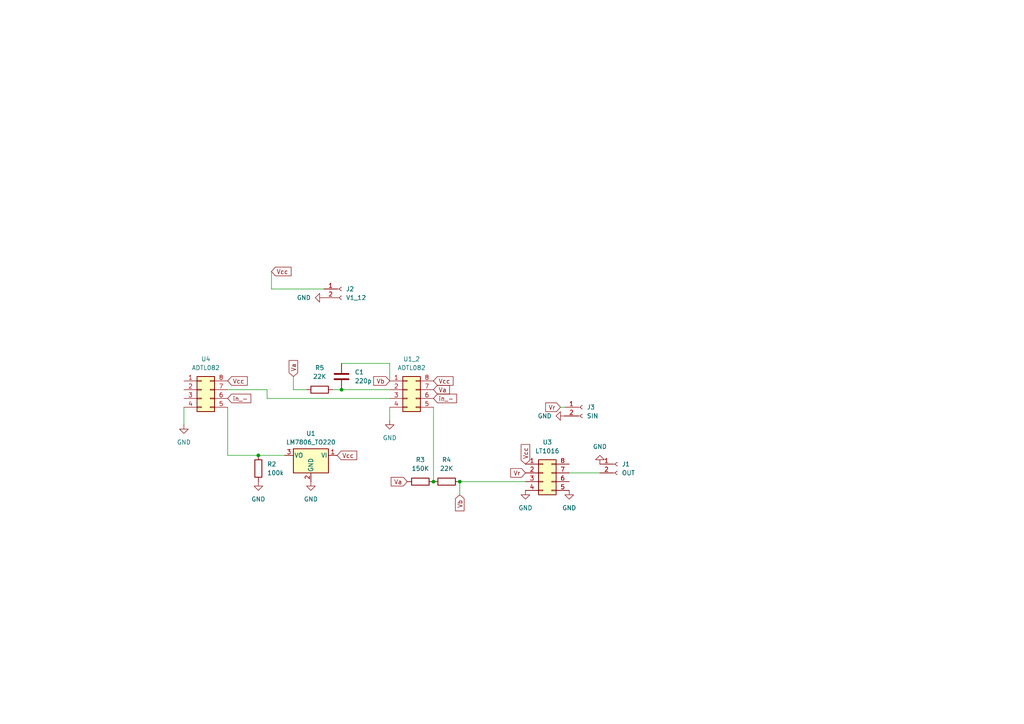
<source format=kicad_sch>
(kicad_sch (version 20231120) (generator "eeschema") (generator_version "8.0")
  (paper "A4")
  (lib_symbols
    (symbol "Connector:Conn_01x02_Socket" (pin_names (offset 1.016) hide)
      (property "Reference" "J" (at 0 2.54 0))
      (property "Value" "Conn_01x02_Socket" (at 0 -5.08 0))
      (symbol "Conn_01x02_Socket_1_1"
        (arc (start 0 -2.032) (mid -0.5058 -2.54) (end 0 -3.048) (stroke (width 0.1524)))
        (polyline (pts (xy -1.27 -2.54) (xy -0.508 -2.54)) (stroke (width 0.1524)))
        (polyline (pts (xy -1.27 0) (xy -0.508 0)) (stroke (width 0.1524)))
        (arc (start 0 0.508) (mid -0.5058 0) (end 0 -0.508) (stroke (width 0.1524)))
        (pin passive line (at -5.08 0 0) (length 3.81) (name "Pin_1") (number "1"))
        (pin passive line (at -5.08 -2.54 0) (length 3.81) (name "Pin_2") (number "2"))
      )
    )
    (symbol "Connector_Generic:Conn_02x04_Counter_Clockwise" (pin_names (offset 1.016) hide)
      (property "Reference" "J" (at 1.27 5.08 0))
      (property "Value" "Conn_02x04_Counter_Clockwise" (at 1.27 -7.62 0))
      (symbol "Conn_02x04_Counter_Clockwise_1_1"
        (rectangle (start -1.27 -4.953) (end 0 -5.207) (stroke (width 0.1524)))
        (rectangle (start -1.27 -2.413) (end 0 -2.667) (stroke (width 0.1524)))
        (rectangle (start -1.27 0.127) (end 0 -0.127) (stroke (width 0.1524)))
        (rectangle (start -1.27 2.667) (end 0 2.413) (stroke (width 0.1524)))
        (rectangle (start -1.27 3.81) (end 3.81 -6.35) (stroke (width 0.254)) (fill (type background)))
        (rectangle (start 3.81 -4.953) (end 2.54 -5.207) (stroke (width 0.1524)))
        (rectangle (start 3.81 -2.413) (end 2.54 -2.667) (stroke (width 0.1524)))
        (rectangle (start 3.81 0.127) (end 2.54 -0.127) (stroke (width 0.1524)))
        (rectangle (start 3.81 2.667) (end 2.54 2.413) (stroke (width 0.1524)))
        (pin passive line (at -5.08 2.54 0) (length 3.81) (name "Pin_1") (number "1"))
        (pin passive line (at -5.08 0 0) (length 3.81) (name "Pin_2") (number "2"))
        (pin passive line (at -5.08 -2.54 0) (length 3.81) (name "Pin_3") (number "3"))
        (pin passive line (at -5.08 -5.08 0) (length 3.81) (name "Pin_4") (number "4"))
        (pin passive line (at 7.62 -5.08 180) (length 3.81) (name "Pin_5") (number "5"))
        (pin passive line (at 7.62 -2.54 180) (length 3.81) (name "Pin_6") (number "6"))
        (pin passive line (at 7.62 0 180) (length 3.81) (name "Pin_7") (number "7"))
        (pin passive line (at 7.62 2.54 180) (length 3.81) (name "Pin_8") (number "8"))
      )
    )
    (symbol "Device:C" (pin_numbers hide) (pin_names (offset 0.254))
      (property "Reference" "C" (at 0.635 2.54 0))
      (property "Value" "C" (at 0.635 -2.54 0))
      (symbol "C_0_1"
        (polyline (pts (xy -2.032 -0.762) (xy 2.032 -0.762)) (stroke (width 0.508)))
        (polyline (pts (xy -2.032 0.762) (xy 2.032 0.762)) (stroke (width 0.508)))
      )
      (symbol "C_1_1"
        (pin passive line (at 0 3.81 270) (length 2.794) (name "~") (number "1"))
        (pin passive line (at 0 -3.81 90) (length 2.794) (name "~") (number "2"))
      )
    )
    (symbol "Device:R" (pin_numbers hide) (pin_names (offset 0))
      (property "Reference" "R" (at 2.032 0 90))
      (property "Value" "R" (at 0 0 90))
      (symbol "R_0_1"
        (rectangle (start -1.016 -2.54) (end 1.016 2.54) (stroke (width 0.254)))
      )
      (symbol "R_1_1"
        (pin passive line (at 0 3.81 270) (length 1.27) (name "~") (number "1"))
        (pin passive line (at 0 -3.81 90) (length 1.27) (name "~") (number "2"))
      )
    )
    (symbol "Regulator_Linear:LM7806_TO220" (pin_names (offset 0.254))
      (property "Reference" "U" (at -3.81 3.175 0))
      (property "Value" "LM7806_TO220" (at 0 3.175 0))
      (symbol "LM7806_TO220_0_1"
        (rectangle (start -5.08 1.905) (end 5.08 -5.08) (stroke (width 0.254)) (fill (type background)))
      )
      (symbol "LM7806_TO220_1_1"
        (pin power_in line (at -7.62 0 0) (length 2.54) (name "VI") (number "1"))
        (pin power_in line (at 0 -7.62 90) (length 2.54) (name "GND") (number "2"))
        (pin power_out line (at 7.62 0 180) (length 2.54) (name "VO") (number "3"))
      )
    )
    (symbol "power:GND" (power) (pin_numbers hide) (pin_names (offset 0) hide)
      (property "Value" "GND" (at 0 -3.81 0))
      (symbol "GND_0_1"
        (polyline (pts (xy 0 0) (xy 0 -1.27) (xy 1.27 -1.27) (xy 0 -2.54) (xy -1.27 -1.27) (xy 0 -1.27)))
      )
      (symbol "GND_1_1"
        (pin power_in line (at 0 0 270) (length 0) (name "~") (number "1"))
      )
    )
  )
  (junction (at 125.73 139.7))
  (junction (at 74.93 132.08))
  (junction (at 99.06 113.03))
  (junction (at 133.35 139.7))
  (wire (pts (xy 77.47 115.57) (xy 113.03 115.57)))
  (wire (pts (xy 99.06 105.41) (xy 113.03 105.41)))
  (wire (pts (xy 66.04 132.08) (xy 74.93 132.08)))
  (wire (pts (xy 125.73 118.11) (xy 125.73 139.7)))
  (wire (pts (xy 99.06 113.03) (xy 113.03 113.03)))
  (wire (pts (xy 74.93 132.08) (xy 82.55 132.08)))
  (wire (pts (xy 96.52 113.03) (xy 99.06 113.03)))
  (wire (pts (xy 162.56 118.11) (xy 163.83 118.11)))
  (wire (pts (xy 66.04 118.11) (xy 66.04 132.08)))
  (wire (pts (xy 113.03 105.41) (xy 113.03 110.49)))
  (wire (pts (xy 88.9 113.03) (xy 85.09 113.03)))
  (wire (pts (xy 66.04 113.03) (xy 77.47 113.03)))
  (wire (pts (xy 133.35 139.7) (xy 152.4 139.7)))
  (wire (pts (xy 78.74 78.74) (xy 78.74 83.82)))
  (wire (pts (xy 85.09 109.22) (xy 85.09 113.03)))
  (wire (pts (xy 173.99 137.16) (xy 165.1 137.16)))
  (wire (pts (xy 53.34 118.11) (xy 53.34 123.19)))
  (wire (pts (xy 133.35 143.51) (xy 133.35 139.7)))
  (wire (pts (xy 93.98 83.82) (xy 78.74 83.82)))
  (wire (pts (xy 77.47 113.03) (xy 77.47 115.57)))
  (wire (pts (xy 113.03 118.11) (xy 113.03 121.92)))
  (global_label "in_-" (shape input) (at 66.04 115.57 0) (property "Intersheetrefs" "${INTERSHEET_REFS}" (effects (hide yes))))
  (global_label "Vcc" (shape input) (at 78.74 78.74 0) (property "Intersheetrefs" "${INTERSHEET_REFS}" (effects (hide yes))))
  (global_label "Va" (shape input) (at 125.73 113.03 0) (property "Intersheetrefs" "${INTERSHEET_REFS}" (effects (hide yes))))
  (global_label "Va" (shape input) (at 118.11 139.7 180) (property "Intersheetrefs" "${INTERSHEET_REFS}" (effects (hide yes))))
  (global_label "Va" (shape input) (at 85.09 109.22 90) (property "Intersheetrefs" "${INTERSHEET_REFS}" (effects (hide yes))))
  (global_label "Vr" (shape input) (at 162.56 118.11 180) (property "Intersheetrefs" "${INTERSHEET_REFS}" (effects (hide yes))))
  (global_label "in_-" (shape input) (at 125.73 115.57 0) (property "Intersheetrefs" "${INTERSHEET_REFS}" (effects (hide yes))))
  (global_label "Vcc" (shape input) (at 125.73 110.49 0) (property "Intersheetrefs" "${INTERSHEET_REFS}" (effects (hide yes))))
  (global_label "Vcc" (shape input) (at 97.79 132.08 0) (property "Intersheetrefs" "${INTERSHEET_REFS}" (effects (hide yes))))
  (global_label "Vcc" (shape input) (at 152.4 134.62 90) (property "Intersheetrefs" "${INTERSHEET_REFS}" (effects (hide yes))))
  (global_label "Vcc" (shape input) (at 66.04 110.49 0) (property "Intersheetrefs" "${INTERSHEET_REFS}" (effects (hide yes))))
  (global_label "Vb" (shape input) (at 133.35 143.51 270) (property "Intersheetrefs" "${INTERSHEET_REFS}" (effects (hide yes))))
  (global_label "Vb" (shape input) (at 113.03 110.49 180) (property "Intersheetrefs" "${INTERSHEET_REFS}" (effects (hide yes))))
  (global_label "Vr" (shape input) (at 152.4 137.16 180) (property "Intersheetrefs" "${INTERSHEET_REFS}" (effects (hide yes))))
  (symbol (lib_id "Connector_Generic:Conn_02x04_Counter_Clockwise") (at 58.42 113.03 0) (unit 1)
    (property "Reference" "U4" (at 59.69 104.14 0))
    (property "Value" "ADTL082" (at 59.69 106.68 0))
    (property "Footprint" "Package_DIP:DIP-8_W7.62mm" (effects (hide yes)))
    (property "Description" "Generic connector, double row, 02x04, counter clockwise pin numbering scheme (similar to DIP package numbering), script generated (kicad-library-utils/schlib/autogen/connector/)" (effects (hide yes)))
  )
  (symbol (lib_id "power:GND") (at 173.99 134.62 180) (unit 1)
    (property "Reference" "#PWR06" (effects (hide yes)))
    (property "Value" "GND" (at 173.99 129.54 0))
    (property "Description" "Power symbol creates a global label with name \"GND\" , ground" (effects (hide yes)))
  )
  (symbol (lib_id "Regulator_Linear:LM7806_TO220") (at 90.17 132.08 0) (mirror y) (unit 1)
    (property "Reference" "U1" (at 90.17 125.73 0))
    (property "Value" "LM7806_TO220" (at 90.17 128.27 0))
    (property "Footprint" "Package_TO_SOT_THT:TO-220-3_Vertical" (effects (hide yes)))
    (property "Datasheet" "https://www.onsemi.cn/PowerSolutions/document/MC7800-D.PDF" (effects (hide yes)))
    (property "Description" "Positive 1A 35V Linear Regulator, Fixed Output 6V, TO-220" (effects (hide yes)))
  )
  (symbol (lib_id "power:GND") (at 163.83 120.65 270) (unit 1)
    (property "Reference" "#PWR08" (effects (hide yes)))
    (property "Value" "GND" (at 160.02 120.6499 90) (effects (justify right)))
    (property "Description" "Power symbol creates a global label with name \"GND\" , ground" (effects (hide yes)))
  )
  (symbol (lib_id "Connector:Conn_01x02_Socket") (at 179.07 134.62 0) (unit 1)
    (property "Reference" "J1" (at 180.34 134.6199 0) (effects (justify left)))
    (property "Value" "OUT" (at 180.34 137.1599 0) (effects (justify left)))
    (property "Footprint" "TerminalBlock_Phoenix:TerminalBlock_Phoenix_MKDS-3-2-5.08_1x02_P5.08mm_Horizontal" (effects (hide yes)))
    (property "Description" "Generic connector, single row, 01x02, script generated" (effects (hide yes)))
  )
  (symbol (lib_id "power:GND") (at 113.03 121.92 0) (unit 1)
    (property "Reference" "#PWR01" (effects (hide yes)))
    (property "Value" "GND" (at 113.03 127 0))
    (property "Description" "Power symbol creates a global label with name \"GND\" , ground" (effects (hide yes)))
  )
  (symbol (lib_id "power:GND") (at 74.93 139.7 0) (unit 1)
    (property "Reference" "#PWR03" (effects (hide yes)))
    (property "Value" "GND" (at 74.93 144.78 0))
    (property "Description" "Power symbol creates a global label with name \"GND\" , ground" (effects (hide yes)))
  )
  (symbol (lib_id "power:GND") (at 152.4 142.24 0) (unit 1)
    (property "Reference" "#PWR04" (effects (hide yes)))
    (property "Value" "GND" (at 152.4 147.32 0))
    (property "Description" "Power symbol creates a global label with name \"GND\" , ground" (effects (hide yes)))
  )
  (symbol (lib_id "Device:R") (at 129.54 139.7 270) (unit 1)
    (property "Reference" "R4" (at 129.54 133.35 90))
    (property "Value" "22K" (at 129.54 135.89 90))
    (property "Footprint" "Resistor_THT:R_Axial_DIN0204_L3.6mm_D1.6mm_P7.62mm_Horizontal" (effects (hide yes)))
    (property "Description" "Resistor" (effects (hide yes)))
  )
  (symbol (lib_id "Connector:Conn_01x02_Socket") (at 99.06 83.82 0) (unit 1)
    (property "Reference" "J2" (at 100.33 83.8199 0) (effects (justify left)))
    (property "Value" "V1_12" (at 100.33 86.3599 0) (effects (justify left)))
    (property "Footprint" "TerminalBlock_Phoenix:TerminalBlock_Phoenix_MKDS-3-2-5.08_1x02_P5.08mm_Horizontal" (effects (hide yes)))
    (property "Description" "Generic connector, single row, 01x02, script generated" (effects (hide yes)))
  )
  (symbol (lib_id "Device:R") (at 74.93 135.89 0) (unit 1)
    (property "Reference" "R2" (at 77.47 134.6199 0) (effects (justify left)))
    (property "Value" "100k" (at 77.47 137.1599 0) (effects (justify left)))
    (property "Footprint" "Resistor_THT:R_Axial_DIN0204_L3.6mm_D1.6mm_P7.62mm_Horizontal" (effects (hide yes)))
    (property "Description" "Resistor" (effects (hide yes)))
  )
  (symbol (lib_id "Device:R") (at 121.92 139.7 270) (unit 1)
    (property "Reference" "R3" (at 121.92 133.35 90))
    (property "Value" "150K" (at 121.92 135.89 90))
    (property "Footprint" "Resistor_THT:R_Axial_DIN0204_L3.6mm_D1.6mm_P7.62mm_Horizontal" (effects (hide yes)))
    (property "Description" "Resistor" (effects (hide yes)))
  )
  (symbol (lib_id "Connector:Conn_01x02_Socket") (at 168.91 118.11 0) (unit 1)
    (property "Reference" "J3" (at 170.18 118.1099 0) (effects (justify left)))
    (property "Value" "SIN" (at 170.18 120.6499 0) (effects (justify left)))
    (property "Footprint" "TerminalBlock_Phoenix:TerminalBlock_Phoenix_MKDS-3-2-5.08_1x02_P5.08mm_Horizontal" (effects (hide yes)))
    (property "Description" "Generic connector, single row, 01x02, script generated" (effects (hide yes)))
  )
  (symbol (lib_id "power:GND") (at 90.17 139.7 0) (unit 1)
    (property "Reference" "#PWR09" (effects (hide yes)))
    (property "Value" "GND" (at 90.17 144.78 0))
    (property "Description" "Power symbol creates a global label with name \"GND\" , ground" (effects (hide yes)))
  )
  (symbol (lib_id "power:GND") (at 53.34 123.19 0) (unit 1)
    (property "Reference" "#PWR02" (effects (hide yes)))
    (property "Value" "GND" (at 53.34 128.27 0))
    (property "Description" "Power symbol creates a global label with name \"GND\" , ground" (effects (hide yes)))
  )
  (symbol (lib_id "power:GND") (at 93.98 86.36 270) (unit 1)
    (property "Reference" "#PWR07" (effects (hide yes)))
    (property "Value" "GND" (at 90.17 86.3599 90) (effects (justify right)))
    (property "Description" "Power symbol creates a global label with name \"GND\" , ground" (effects (hide yes)))
  )
  (symbol (lib_id "Connector_Generic:Conn_02x04_Counter_Clockwise") (at 118.11 113.03 0) (unit 1)
    (property "Reference" "U1_2" (at 119.38 104.14 0))
    (property "Value" "ADTL082" (at 119.38 106.68 0))
    (property "Footprint" "Package_DIP:DIP-8_W7.62mm" (effects (hide yes)))
    (property "Description" "Generic connector, double row, 02x04, counter clockwise pin numbering scheme (similar to DIP package numbering), script generated (kicad-library-utils/schlib/autogen/connector/)" (effects (hide yes)))
  )
  (symbol (lib_id "Device:R") (at 92.71 113.03 270) (unit 1)
    (property "Reference" "R5" (at 92.71 106.68 90))
    (property "Value" "22K" (at 92.71 109.22 90))
    (property "Footprint" "Resistor_THT:R_Axial_DIN0204_L3.6mm_D1.6mm_P7.62mm_Horizontal" (effects (hide yes)))
    (property "Description" "Resistor" (effects (hide yes)))
  )
  (symbol (lib_id "power:GND") (at 165.1 142.24 0) (unit 1)
    (property "Reference" "#PWR05" (effects (hide yes)))
    (property "Value" "GND" (at 165.1 147.32 0))
    (property "Description" "Power symbol creates a global label with name \"GND\" , ground" (effects (hide yes)))
  )
  (symbol (lib_id "Device:C") (at 99.06 109.22 180) (unit 1)
    (property "Reference" "C1" (at 102.87 107.9499 0) (effects (justify right)))
    (property "Value" "220p" (at 102.87 110.4899 0) (effects (justify right)))
    (property "Footprint" "Capacitor_THT:C_Disc_D5.0mm_W2.5mm_P5.00mm" (effects (hide yes)))
    (property "Description" "Unpolarized capacitor" (effects (hide yes)))
  )
  (symbol (lib_id "Connector_Generic:Conn_02x04_Counter_Clockwise") (at 157.48 137.16 0) (unit 1)
    (property "Reference" "U3" (at 158.75 128.27 0))
    (property "Value" "LT1016" (at 158.75 130.81 0))
    (property "Footprint" "Package_DIP:DIP-8_W7.62mm" (effects (hide yes)))
    (property "Description" "Generic connector, double row, 02x04, counter clockwise pin numbering scheme (similar to DIP package numbering), script generated (kicad-library-utils/schlib/autogen/connector/)" (effects (hide yes)))
  )
)
</source>
